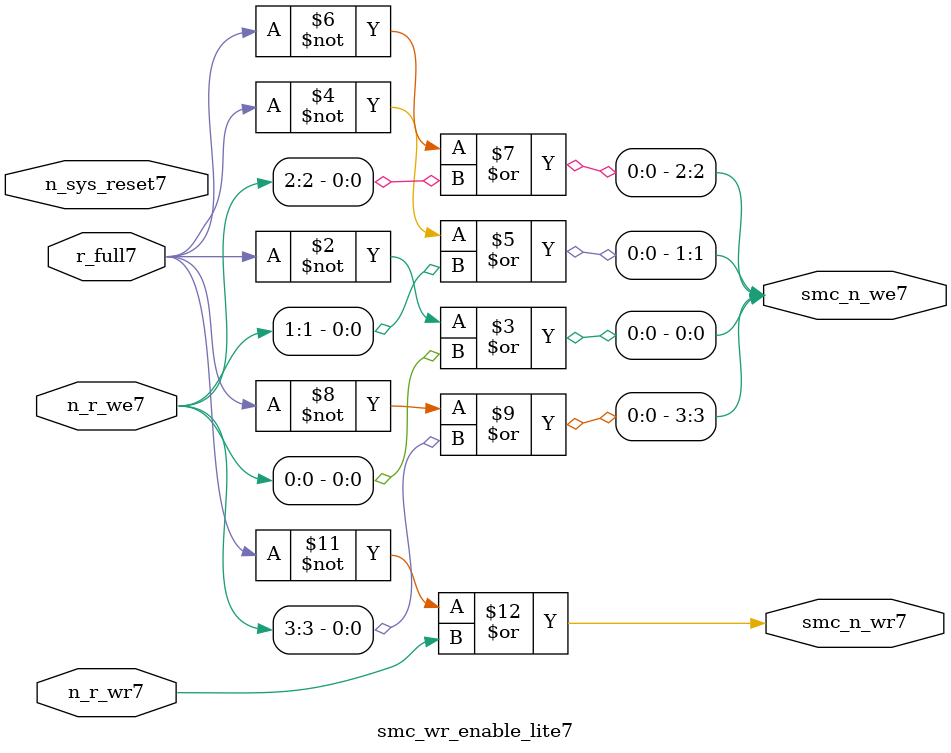
<source format=v>


  module smc_wr_enable_lite7 (

                      //inputs7                      

                      n_sys_reset7,
                      r_full7,
                      n_r_we7,
                      n_r_wr7,

                      //outputs7

                      smc_n_we7,
                      smc_n_wr7);

//I7/O7
   
   input             n_sys_reset7;   //system reset
   input             r_full7;    // Full cycle write strobe7
   input [3:0]       n_r_we7;    //write enable from smc_strobe7
   input             n_r_wr7;    //write strobe7 from smc_strobe7
   output [3:0]      smc_n_we7;  // write enable (active low7)
   output            smc_n_wr7;  // write strobe7 (active low7)
   
   
//output reg declaration7.
   
   reg [3:0]          smc_n_we7;
   reg                smc_n_wr7;

//----------------------------------------------------------------------
// negedge strobes7 with clock7.
//----------------------------------------------------------------------
      

//----------------------------------------------------------------------
      
//--------------------------------------------------------------------
// Gate7 Write strobes7 with clock7.
//--------------------------------------------------------------------

  always @(r_full7 or n_r_we7)
  
  begin
  
     smc_n_we7[0] = ((~r_full7  ) | n_r_we7[0] );

     smc_n_we7[1] = ((~r_full7  ) | n_r_we7[1] );

     smc_n_we7[2] = ((~r_full7  ) | n_r_we7[2] );

     smc_n_we7[3] = ((~r_full7  ) | n_r_we7[3] );

  
  end

//--------------------------------------------------------------------   
//write strobe7 generation7
//--------------------------------------------------------------------   

  always @(n_r_wr7 or r_full7 )
  
     begin
  
        smc_n_wr7 = ((~r_full7 ) | n_r_wr7 );
       
     end

endmodule // smc_wr_enable7


</source>
